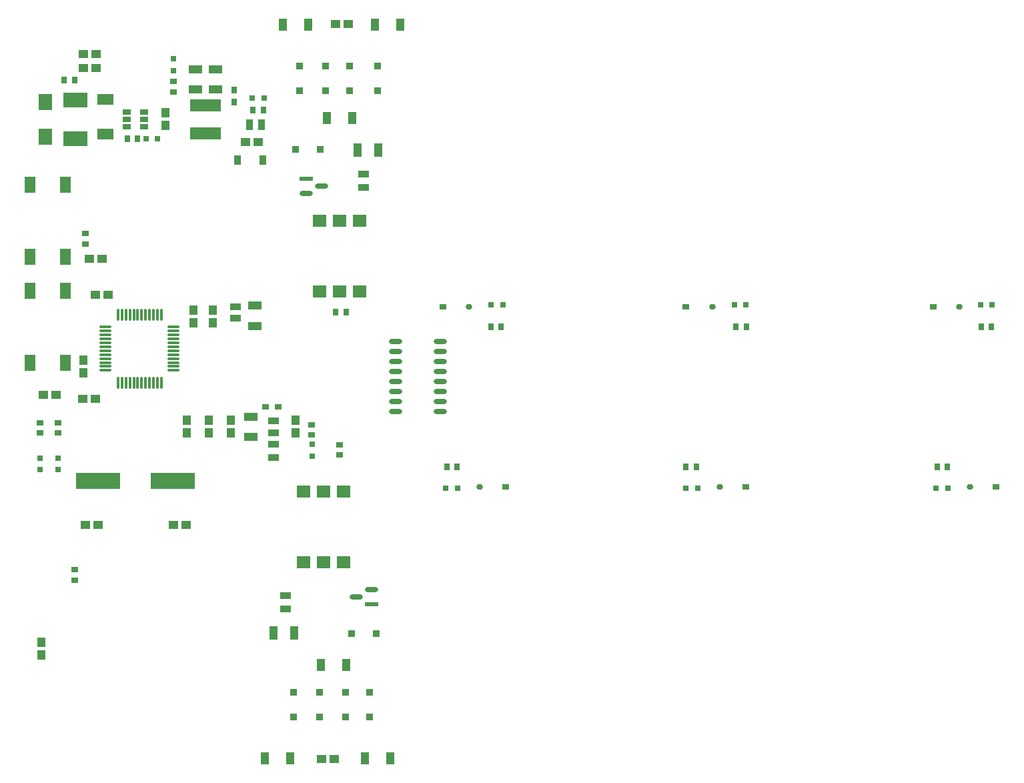
<source format=gtp>
G04*
G04 #@! TF.GenerationSoftware,Altium Limited,Altium Designer,21.6.4 (81)*
G04*
G04 Layer_Color=8421504*
%FSLAX25Y25*%
%MOIN*%
G70*
G04*
G04 #@! TF.SameCoordinates,D5C6F8BD-756C-4CA3-9184-76241C2A0D58*
G04*
G04*
G04 #@! TF.FilePolarity,Positive*
G04*
G01*
G75*
%ADD19R,0.05512X0.08268*%
%ADD20R,0.03985X0.04758*%
%ADD21R,0.07008X0.05984*%
%ADD22R,0.03937X0.05906*%
%ADD23R,0.03347X0.02953*%
%ADD24R,0.05315X0.03347*%
%ADD25R,0.06530X0.02468*%
G04:AMPARAMS|DCode=26|XSize=65.3mil|YSize=24.68mil|CornerRadius=12.34mil|HoleSize=0mil|Usage=FLASHONLY|Rotation=180.000|XOffset=0mil|YOffset=0mil|HoleType=Round|Shape=RoundedRectangle|*
%AMROUNDEDRECTD26*
21,1,0.06530,0.00000,0,0,180.0*
21,1,0.04063,0.02468,0,0,180.0*
1,1,0.02468,-0.02031,0.00000*
1,1,0.02468,0.02031,0.00000*
1,1,0.02468,0.02031,0.00000*
1,1,0.02468,-0.02031,0.00000*
%
%ADD26ROUNDEDRECTD26*%
%ADD27R,0.03740X0.03543*%
%ADD28R,0.03543X0.03740*%
%ADD29R,0.04758X0.03985*%
%ADD30R,0.04331X0.06693*%
%ADD31R,0.02953X0.03347*%
%ADD32R,0.22047X0.08268*%
%ADD33O,0.01181X0.06496*%
%ADD34O,0.06496X0.01181*%
%ADD35O,0.06496X0.02559*%
%ADD36R,0.03347X0.02756*%
%ADD37R,0.02756X0.03347*%
%ADD38R,0.15748X0.05906*%
%ADD39R,0.12402X0.07717*%
G04:AMPARAMS|DCode=40|XSize=31.82mil|YSize=29.22mil|CornerRadius=14.61mil|HoleSize=0mil|Usage=FLASHONLY|Rotation=0.000|XOffset=0mil|YOffset=0mil|HoleType=Round|Shape=RoundedRectangle|*
%AMROUNDEDRECTD40*
21,1,0.03182,0.00000,0,0,0.0*
21,1,0.00260,0.02922,0,0,0.0*
1,1,0.02922,0.00130,0.00000*
1,1,0.02922,-0.00130,0.00000*
1,1,0.02922,-0.00130,0.00000*
1,1,0.02922,0.00130,0.00000*
%
%ADD40ROUNDEDRECTD40*%
%ADD41R,0.03182X0.02922*%
%ADD42R,0.03150X0.03150*%
%ADD43R,0.03150X0.03150*%
%ADD44R,0.03583X0.04803*%
%ADD45R,0.07087X0.08268*%
%ADD46R,0.08268X0.05512*%
%ADD47R,0.06693X0.04331*%
%ADD48R,0.05315X0.03740*%
%ADD49R,0.03740X0.05315*%
%ADD50R,0.03937X0.02756*%
D19*
X69858Y247913D02*
D03*
Y212087D02*
D03*
X52142D02*
D03*
Y247913D02*
D03*
X69858Y265087D02*
D03*
Y300913D02*
D03*
X52142D02*
D03*
Y265087D02*
D03*
D20*
X134000Y232000D02*
D03*
Y238314D02*
D03*
X143437Y232000D02*
D03*
Y238314D02*
D03*
X130425Y183157D02*
D03*
Y176843D02*
D03*
X152425Y183314D02*
D03*
Y177000D02*
D03*
X141425Y183314D02*
D03*
Y177000D02*
D03*
X79000Y213157D02*
D03*
Y206843D02*
D03*
X185000Y176843D02*
D03*
Y183157D02*
D03*
X120000Y330504D02*
D03*
Y336818D02*
D03*
X58000Y72314D02*
D03*
Y66000D02*
D03*
D21*
X209000Y112264D02*
D03*
X189000D02*
D03*
X199000D02*
D03*
X209000Y147736D02*
D03*
X189000D02*
D03*
X199000D02*
D03*
X197000Y282957D02*
D03*
X217000D02*
D03*
X207000D02*
D03*
X197000Y247484D02*
D03*
X217000D02*
D03*
X207000D02*
D03*
D22*
X210299Y61000D02*
D03*
X197701D02*
D03*
X232299Y14221D02*
D03*
X219701D02*
D03*
X169701D02*
D03*
X182299D02*
D03*
X200701Y334221D02*
D03*
X213299D02*
D03*
X178701Y381000D02*
D03*
X191299D02*
D03*
X237299D02*
D03*
X224701D02*
D03*
D23*
X207000Y171000D02*
D03*
Y165882D02*
D03*
X74600Y103341D02*
D03*
Y108459D02*
D03*
X80000Y271441D02*
D03*
Y276559D02*
D03*
X57130Y176886D02*
D03*
Y182004D02*
D03*
X66130Y176886D02*
D03*
Y182004D02*
D03*
X193000Y181000D02*
D03*
Y175882D02*
D03*
X124000Y347441D02*
D03*
Y352559D02*
D03*
D24*
X180000Y95498D02*
D03*
Y89002D02*
D03*
X219000Y299722D02*
D03*
Y306218D02*
D03*
X174000Y171248D02*
D03*
Y164752D02*
D03*
D25*
X222845Y91398D02*
D03*
X190155Y303823D02*
D03*
D26*
X222845Y98602D02*
D03*
X215155Y95000D02*
D03*
X190155Y296618D02*
D03*
X197845Y300221D02*
D03*
D27*
X222000Y34799D02*
D03*
X222000Y47201D02*
D03*
X184000D02*
D03*
X184000Y34799D02*
D03*
X210000D02*
D03*
X210000Y47201D02*
D03*
X197000D02*
D03*
X197000Y34799D02*
D03*
X187000Y360421D02*
D03*
X187000Y348020D02*
D03*
X200000Y360421D02*
D03*
X200000Y348020D02*
D03*
X212000D02*
D03*
X212000Y360421D02*
D03*
X226000Y348020D02*
D03*
X226000Y360421D02*
D03*
D28*
X212799Y76698D02*
D03*
X225201Y76698D02*
D03*
X184799Y318522D02*
D03*
X197201Y318522D02*
D03*
D29*
X197843Y14000D02*
D03*
X204157D02*
D03*
X211157Y381221D02*
D03*
X204843D02*
D03*
X159803Y322448D02*
D03*
X166117D02*
D03*
X78743Y359300D02*
D03*
X85057D02*
D03*
X85157Y366400D02*
D03*
X78843D02*
D03*
X78686Y194000D02*
D03*
X85000D02*
D03*
X91157Y246000D02*
D03*
X84843D02*
D03*
X86157Y131000D02*
D03*
X79843D02*
D03*
X123843D02*
D03*
X130157D02*
D03*
X65157Y196000D02*
D03*
X58843D02*
D03*
X88157Y264000D02*
D03*
X81843D02*
D03*
D30*
X184118Y77000D02*
D03*
X173882D02*
D03*
X226118Y318221D02*
D03*
X215882D02*
D03*
D31*
X205000Y237221D02*
D03*
X210118D02*
D03*
X74418Y353400D02*
D03*
X69300D02*
D03*
X282441Y230000D02*
D03*
X287559D02*
D03*
X260441Y160000D02*
D03*
X265559D02*
D03*
X505441D02*
D03*
X510559D02*
D03*
X380000D02*
D03*
X385118D02*
D03*
X527441Y230000D02*
D03*
X532559D02*
D03*
X163671Y338387D02*
D03*
X168789D02*
D03*
X106000Y324000D02*
D03*
X100882D02*
D03*
X405000Y230000D02*
D03*
X410118D02*
D03*
D32*
X123701Y153000D02*
D03*
X86299D02*
D03*
D33*
X96173Y201972D02*
D03*
X98142D02*
D03*
X100110D02*
D03*
X102079D02*
D03*
X104047D02*
D03*
X106016D02*
D03*
X107984D02*
D03*
X109953D02*
D03*
X111921D02*
D03*
X113890D02*
D03*
X115858D02*
D03*
X117827D02*
D03*
Y236028D02*
D03*
X115858D02*
D03*
X113890D02*
D03*
X111921D02*
D03*
X109953D02*
D03*
X107984D02*
D03*
X106016D02*
D03*
X104047D02*
D03*
X102079D02*
D03*
X100110D02*
D03*
X98142D02*
D03*
X96173D02*
D03*
D34*
X124028Y208173D02*
D03*
Y210142D02*
D03*
Y212110D02*
D03*
Y214079D02*
D03*
Y216047D02*
D03*
Y218016D02*
D03*
Y219984D02*
D03*
Y221953D02*
D03*
Y223921D02*
D03*
Y225890D02*
D03*
Y227858D02*
D03*
Y229827D02*
D03*
X89972D02*
D03*
Y227858D02*
D03*
Y225890D02*
D03*
Y223921D02*
D03*
Y221953D02*
D03*
Y219984D02*
D03*
Y218016D02*
D03*
Y216047D02*
D03*
Y214079D02*
D03*
Y212110D02*
D03*
Y210142D02*
D03*
Y208173D02*
D03*
D35*
X234878Y222500D02*
D03*
Y217500D02*
D03*
Y212500D02*
D03*
Y207500D02*
D03*
Y202500D02*
D03*
Y197500D02*
D03*
Y192500D02*
D03*
Y187500D02*
D03*
X257122Y222500D02*
D03*
Y217500D02*
D03*
Y212500D02*
D03*
Y207500D02*
D03*
Y202500D02*
D03*
Y197500D02*
D03*
Y192500D02*
D03*
Y187500D02*
D03*
D36*
X169949Y190000D02*
D03*
X176051D02*
D03*
D37*
X154100Y348251D02*
D03*
Y342149D02*
D03*
D38*
X140000Y326575D02*
D03*
Y340748D02*
D03*
D39*
X75000Y323996D02*
D03*
Y343327D02*
D03*
D40*
X271614Y240000D02*
D03*
X276772Y150000D02*
D03*
X521772D02*
D03*
X396772D02*
D03*
X516614Y240000D02*
D03*
X393228D02*
D03*
D41*
X258386D02*
D03*
X290000Y150000D02*
D03*
X535000D02*
D03*
X410000D02*
D03*
X503386Y240000D02*
D03*
X380000D02*
D03*
D42*
X288402Y240870D02*
D03*
X282497D02*
D03*
X265889Y149130D02*
D03*
X259984D02*
D03*
X510889D02*
D03*
X504984D02*
D03*
X379984D02*
D03*
X385889D02*
D03*
X527047Y240870D02*
D03*
X532953D02*
D03*
X163277Y344387D02*
D03*
X169183D02*
D03*
X110047Y324000D02*
D03*
X115953D02*
D03*
X404111Y240870D02*
D03*
X410016D02*
D03*
D43*
X57130Y164398D02*
D03*
Y158492D02*
D03*
X66130Y164398D02*
D03*
Y158492D02*
D03*
X193200Y165447D02*
D03*
Y171353D02*
D03*
X124000Y363953D02*
D03*
Y358047D02*
D03*
D44*
X155793Y313387D02*
D03*
X168667D02*
D03*
D45*
X60000Y325000D02*
D03*
Y342323D02*
D03*
D46*
X90000Y326339D02*
D03*
Y343661D02*
D03*
D47*
X162589Y185061D02*
D03*
Y174824D02*
D03*
X164634Y240490D02*
D03*
Y230253D02*
D03*
X135000Y348543D02*
D03*
Y358780D02*
D03*
X145000Y348543D02*
D03*
Y358780D02*
D03*
D48*
X154969Y240102D02*
D03*
Y234197D02*
D03*
X174000Y182953D02*
D03*
Y177047D02*
D03*
D49*
X162000Y331000D02*
D03*
X167905D02*
D03*
D50*
X109329Y337402D02*
D03*
Y333661D02*
D03*
Y329921D02*
D03*
X100671D02*
D03*
Y333661D02*
D03*
Y337402D02*
D03*
M02*

</source>
